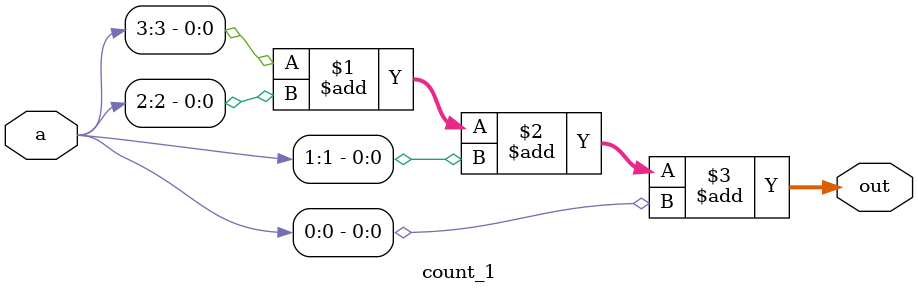
<source format=sv>
module count_1 (
  input logic [3:0] a,
  output logic [2:0] out
);

assign out = a[3] + a[2] + a[1] + a[0];

endmodule

</source>
